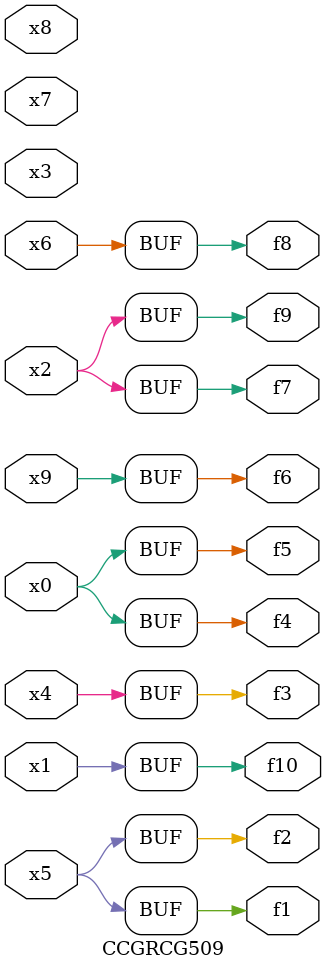
<source format=v>
module CCGRCG509(
	input x0, x1, x2, x3, x4, x5, x6, x7, x8, x9,
	output f1, f2, f3, f4, f5, f6, f7, f8, f9, f10
);
	assign f1 = x5;
	assign f2 = x5;
	assign f3 = x4;
	assign f4 = x0;
	assign f5 = x0;
	assign f6 = x9;
	assign f7 = x2;
	assign f8 = x6;
	assign f9 = x2;
	assign f10 = x1;
endmodule

</source>
